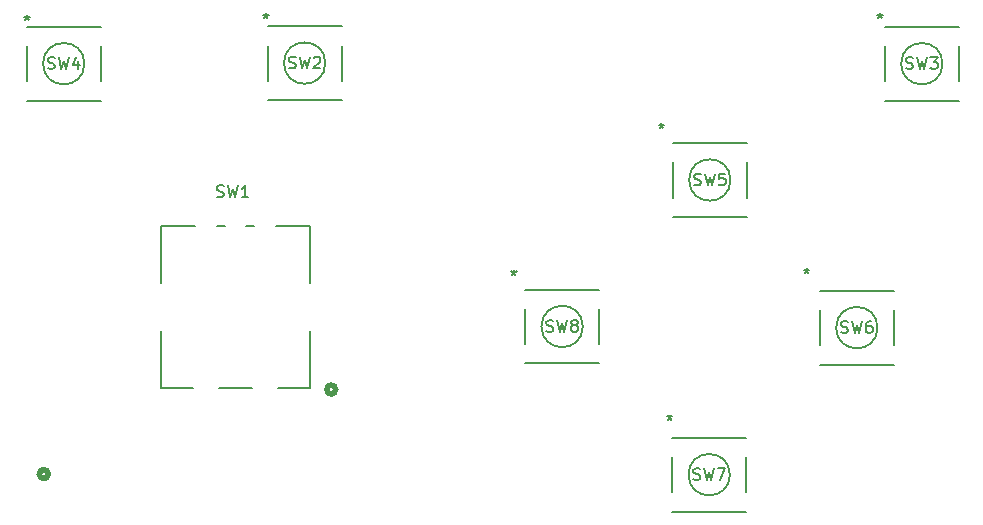
<source format=gbr>
%TF.GenerationSoftware,KiCad,Pcbnew,9.0.0*%
%TF.CreationDate,2025-03-23T02:15:47-05:00*%
%TF.ProjectId,IOBoardV1,494f426f-6172-4645-9631-2e6b69636164,rev?*%
%TF.SameCoordinates,Original*%
%TF.FileFunction,Legend,Top*%
%TF.FilePolarity,Positive*%
%FSLAX46Y46*%
G04 Gerber Fmt 4.6, Leading zero omitted, Abs format (unit mm)*
G04 Created by KiCad (PCBNEW 9.0.0) date 2025-03-23 02:15:47*
%MOMM*%
%LPD*%
G01*
G04 APERTURE LIST*
%ADD10C,0.150000*%
%ADD11C,0.152400*%
%ADD12C,0.508000*%
G04 APERTURE END LIST*
D10*
X136066667Y-66207200D02*
X136209524Y-66254819D01*
X136209524Y-66254819D02*
X136447619Y-66254819D01*
X136447619Y-66254819D02*
X136542857Y-66207200D01*
X136542857Y-66207200D02*
X136590476Y-66159580D01*
X136590476Y-66159580D02*
X136638095Y-66064342D01*
X136638095Y-66064342D02*
X136638095Y-65969104D01*
X136638095Y-65969104D02*
X136590476Y-65873866D01*
X136590476Y-65873866D02*
X136542857Y-65826247D01*
X136542857Y-65826247D02*
X136447619Y-65778628D01*
X136447619Y-65778628D02*
X136257143Y-65731009D01*
X136257143Y-65731009D02*
X136161905Y-65683390D01*
X136161905Y-65683390D02*
X136114286Y-65635771D01*
X136114286Y-65635771D02*
X136066667Y-65540533D01*
X136066667Y-65540533D02*
X136066667Y-65445295D01*
X136066667Y-65445295D02*
X136114286Y-65350057D01*
X136114286Y-65350057D02*
X136161905Y-65302438D01*
X136161905Y-65302438D02*
X136257143Y-65254819D01*
X136257143Y-65254819D02*
X136495238Y-65254819D01*
X136495238Y-65254819D02*
X136638095Y-65302438D01*
X136971429Y-65254819D02*
X137209524Y-66254819D01*
X137209524Y-66254819D02*
X137400000Y-65540533D01*
X137400000Y-65540533D02*
X137590476Y-66254819D01*
X137590476Y-66254819D02*
X137828572Y-65254819D01*
X138733333Y-66254819D02*
X138161905Y-66254819D01*
X138447619Y-66254819D02*
X138447619Y-65254819D01*
X138447619Y-65254819D02*
X138352381Y-65397676D01*
X138352381Y-65397676D02*
X138257143Y-65492914D01*
X138257143Y-65492914D02*
X138161905Y-65540533D01*
X121766667Y-55357199D02*
X121909524Y-55404818D01*
X121909524Y-55404818D02*
X122147619Y-55404818D01*
X122147619Y-55404818D02*
X122242857Y-55357199D01*
X122242857Y-55357199D02*
X122290476Y-55309579D01*
X122290476Y-55309579D02*
X122338095Y-55214341D01*
X122338095Y-55214341D02*
X122338095Y-55119103D01*
X122338095Y-55119103D02*
X122290476Y-55023865D01*
X122290476Y-55023865D02*
X122242857Y-54976246D01*
X122242857Y-54976246D02*
X122147619Y-54928627D01*
X122147619Y-54928627D02*
X121957143Y-54881008D01*
X121957143Y-54881008D02*
X121861905Y-54833389D01*
X121861905Y-54833389D02*
X121814286Y-54785770D01*
X121814286Y-54785770D02*
X121766667Y-54690532D01*
X121766667Y-54690532D02*
X121766667Y-54595294D01*
X121766667Y-54595294D02*
X121814286Y-54500056D01*
X121814286Y-54500056D02*
X121861905Y-54452437D01*
X121861905Y-54452437D02*
X121957143Y-54404818D01*
X121957143Y-54404818D02*
X122195238Y-54404818D01*
X122195238Y-54404818D02*
X122338095Y-54452437D01*
X122671429Y-54404818D02*
X122909524Y-55404818D01*
X122909524Y-55404818D02*
X123100000Y-54690532D01*
X123100000Y-54690532D02*
X123290476Y-55404818D01*
X123290476Y-55404818D02*
X123528572Y-54404818D01*
X124338095Y-54738151D02*
X124338095Y-55404818D01*
X124100000Y-54357199D02*
X123861905Y-55071484D01*
X123861905Y-55071484D02*
X124480952Y-55071484D01*
X120000000Y-50854819D02*
X120000000Y-51092914D01*
X119761905Y-50997676D02*
X120000000Y-51092914D01*
X120000000Y-51092914D02*
X120238095Y-50997676D01*
X119857143Y-51283390D02*
X120000000Y-51092914D01*
X120000000Y-51092914D02*
X120142857Y-51283390D01*
X142166667Y-55307200D02*
X142309524Y-55354819D01*
X142309524Y-55354819D02*
X142547619Y-55354819D01*
X142547619Y-55354819D02*
X142642857Y-55307200D01*
X142642857Y-55307200D02*
X142690476Y-55259580D01*
X142690476Y-55259580D02*
X142738095Y-55164342D01*
X142738095Y-55164342D02*
X142738095Y-55069104D01*
X142738095Y-55069104D02*
X142690476Y-54973866D01*
X142690476Y-54973866D02*
X142642857Y-54926247D01*
X142642857Y-54926247D02*
X142547619Y-54878628D01*
X142547619Y-54878628D02*
X142357143Y-54831009D01*
X142357143Y-54831009D02*
X142261905Y-54783390D01*
X142261905Y-54783390D02*
X142214286Y-54735771D01*
X142214286Y-54735771D02*
X142166667Y-54640533D01*
X142166667Y-54640533D02*
X142166667Y-54545295D01*
X142166667Y-54545295D02*
X142214286Y-54450057D01*
X142214286Y-54450057D02*
X142261905Y-54402438D01*
X142261905Y-54402438D02*
X142357143Y-54354819D01*
X142357143Y-54354819D02*
X142595238Y-54354819D01*
X142595238Y-54354819D02*
X142738095Y-54402438D01*
X143071429Y-54354819D02*
X143309524Y-55354819D01*
X143309524Y-55354819D02*
X143500000Y-54640533D01*
X143500000Y-54640533D02*
X143690476Y-55354819D01*
X143690476Y-55354819D02*
X143928572Y-54354819D01*
X144261905Y-54450057D02*
X144309524Y-54402438D01*
X144309524Y-54402438D02*
X144404762Y-54354819D01*
X144404762Y-54354819D02*
X144642857Y-54354819D01*
X144642857Y-54354819D02*
X144738095Y-54402438D01*
X144738095Y-54402438D02*
X144785714Y-54450057D01*
X144785714Y-54450057D02*
X144833333Y-54545295D01*
X144833333Y-54545295D02*
X144833333Y-54640533D01*
X144833333Y-54640533D02*
X144785714Y-54783390D01*
X144785714Y-54783390D02*
X144214286Y-55354819D01*
X144214286Y-55354819D02*
X144833333Y-55354819D01*
X140200000Y-50654819D02*
X140200000Y-50892914D01*
X139961905Y-50797676D02*
X140200000Y-50892914D01*
X140200000Y-50892914D02*
X140438095Y-50797676D01*
X140057143Y-51083390D02*
X140200000Y-50892914D01*
X140200000Y-50892914D02*
X140342857Y-51083390D01*
X194418567Y-55357201D02*
X194561424Y-55404820D01*
X194561424Y-55404820D02*
X194799519Y-55404820D01*
X194799519Y-55404820D02*
X194894757Y-55357201D01*
X194894757Y-55357201D02*
X194942376Y-55309581D01*
X194942376Y-55309581D02*
X194989995Y-55214343D01*
X194989995Y-55214343D02*
X194989995Y-55119105D01*
X194989995Y-55119105D02*
X194942376Y-55023867D01*
X194942376Y-55023867D02*
X194894757Y-54976248D01*
X194894757Y-54976248D02*
X194799519Y-54928629D01*
X194799519Y-54928629D02*
X194609043Y-54881010D01*
X194609043Y-54881010D02*
X194513805Y-54833391D01*
X194513805Y-54833391D02*
X194466186Y-54785772D01*
X194466186Y-54785772D02*
X194418567Y-54690534D01*
X194418567Y-54690534D02*
X194418567Y-54595296D01*
X194418567Y-54595296D02*
X194466186Y-54500058D01*
X194466186Y-54500058D02*
X194513805Y-54452439D01*
X194513805Y-54452439D02*
X194609043Y-54404820D01*
X194609043Y-54404820D02*
X194847138Y-54404820D01*
X194847138Y-54404820D02*
X194989995Y-54452439D01*
X195323329Y-54404820D02*
X195561424Y-55404820D01*
X195561424Y-55404820D02*
X195751900Y-54690534D01*
X195751900Y-54690534D02*
X195942376Y-55404820D01*
X195942376Y-55404820D02*
X196180472Y-54404820D01*
X196466186Y-54404820D02*
X197085233Y-54404820D01*
X197085233Y-54404820D02*
X196751900Y-54785772D01*
X196751900Y-54785772D02*
X196894757Y-54785772D01*
X196894757Y-54785772D02*
X196989995Y-54833391D01*
X196989995Y-54833391D02*
X197037614Y-54881010D01*
X197037614Y-54881010D02*
X197085233Y-54976248D01*
X197085233Y-54976248D02*
X197085233Y-55214343D01*
X197085233Y-55214343D02*
X197037614Y-55309581D01*
X197037614Y-55309581D02*
X196989995Y-55357201D01*
X196989995Y-55357201D02*
X196894757Y-55404820D01*
X196894757Y-55404820D02*
X196609043Y-55404820D01*
X196609043Y-55404820D02*
X196513805Y-55357201D01*
X196513805Y-55357201D02*
X196466186Y-55309581D01*
X192200000Y-50654819D02*
X192200000Y-50892914D01*
X191961905Y-50797676D02*
X192200000Y-50892914D01*
X192200000Y-50892914D02*
X192438095Y-50797676D01*
X192057143Y-51083390D02*
X192200000Y-50892914D01*
X192200000Y-50892914D02*
X192342857Y-51083390D01*
X176466667Y-65207200D02*
X176609524Y-65254819D01*
X176609524Y-65254819D02*
X176847619Y-65254819D01*
X176847619Y-65254819D02*
X176942857Y-65207200D01*
X176942857Y-65207200D02*
X176990476Y-65159580D01*
X176990476Y-65159580D02*
X177038095Y-65064342D01*
X177038095Y-65064342D02*
X177038095Y-64969104D01*
X177038095Y-64969104D02*
X176990476Y-64873866D01*
X176990476Y-64873866D02*
X176942857Y-64826247D01*
X176942857Y-64826247D02*
X176847619Y-64778628D01*
X176847619Y-64778628D02*
X176657143Y-64731009D01*
X176657143Y-64731009D02*
X176561905Y-64683390D01*
X176561905Y-64683390D02*
X176514286Y-64635771D01*
X176514286Y-64635771D02*
X176466667Y-64540533D01*
X176466667Y-64540533D02*
X176466667Y-64445295D01*
X176466667Y-64445295D02*
X176514286Y-64350057D01*
X176514286Y-64350057D02*
X176561905Y-64302438D01*
X176561905Y-64302438D02*
X176657143Y-64254819D01*
X176657143Y-64254819D02*
X176895238Y-64254819D01*
X176895238Y-64254819D02*
X177038095Y-64302438D01*
X177371429Y-64254819D02*
X177609524Y-65254819D01*
X177609524Y-65254819D02*
X177800000Y-64540533D01*
X177800000Y-64540533D02*
X177990476Y-65254819D01*
X177990476Y-65254819D02*
X178228572Y-64254819D01*
X179085714Y-64254819D02*
X178609524Y-64254819D01*
X178609524Y-64254819D02*
X178561905Y-64731009D01*
X178561905Y-64731009D02*
X178609524Y-64683390D01*
X178609524Y-64683390D02*
X178704762Y-64635771D01*
X178704762Y-64635771D02*
X178942857Y-64635771D01*
X178942857Y-64635771D02*
X179038095Y-64683390D01*
X179038095Y-64683390D02*
X179085714Y-64731009D01*
X179085714Y-64731009D02*
X179133333Y-64826247D01*
X179133333Y-64826247D02*
X179133333Y-65064342D01*
X179133333Y-65064342D02*
X179085714Y-65159580D01*
X179085714Y-65159580D02*
X179038095Y-65207200D01*
X179038095Y-65207200D02*
X178942857Y-65254819D01*
X178942857Y-65254819D02*
X178704762Y-65254819D01*
X178704762Y-65254819D02*
X178609524Y-65207200D01*
X178609524Y-65207200D02*
X178561905Y-65159580D01*
X173697900Y-59998218D02*
X173697900Y-60236313D01*
X173459805Y-60141075D02*
X173697900Y-60236313D01*
X173697900Y-60236313D02*
X173935995Y-60141075D01*
X173555043Y-60426789D02*
X173697900Y-60236313D01*
X173697900Y-60236313D02*
X173840757Y-60426789D01*
X176414767Y-90157201D02*
X176557624Y-90204820D01*
X176557624Y-90204820D02*
X176795719Y-90204820D01*
X176795719Y-90204820D02*
X176890957Y-90157201D01*
X176890957Y-90157201D02*
X176938576Y-90109581D01*
X176938576Y-90109581D02*
X176986195Y-90014343D01*
X176986195Y-90014343D02*
X176986195Y-89919105D01*
X176986195Y-89919105D02*
X176938576Y-89823867D01*
X176938576Y-89823867D02*
X176890957Y-89776248D01*
X176890957Y-89776248D02*
X176795719Y-89728629D01*
X176795719Y-89728629D02*
X176605243Y-89681010D01*
X176605243Y-89681010D02*
X176510005Y-89633391D01*
X176510005Y-89633391D02*
X176462386Y-89585772D01*
X176462386Y-89585772D02*
X176414767Y-89490534D01*
X176414767Y-89490534D02*
X176414767Y-89395296D01*
X176414767Y-89395296D02*
X176462386Y-89300058D01*
X176462386Y-89300058D02*
X176510005Y-89252439D01*
X176510005Y-89252439D02*
X176605243Y-89204820D01*
X176605243Y-89204820D02*
X176843338Y-89204820D01*
X176843338Y-89204820D02*
X176986195Y-89252439D01*
X177319529Y-89204820D02*
X177557624Y-90204820D01*
X177557624Y-90204820D02*
X177748100Y-89490534D01*
X177748100Y-89490534D02*
X177938576Y-90204820D01*
X177938576Y-90204820D02*
X178176672Y-89204820D01*
X178462386Y-89204820D02*
X179129052Y-89204820D01*
X179129052Y-89204820D02*
X178700481Y-90204820D01*
X174400000Y-84654819D02*
X174400000Y-84892914D01*
X174161905Y-84797676D02*
X174400000Y-84892914D01*
X174400000Y-84892914D02*
X174638095Y-84797676D01*
X174257143Y-85083390D02*
X174400000Y-84892914D01*
X174400000Y-84892914D02*
X174542857Y-85083390D01*
X163966667Y-77607200D02*
X164109524Y-77654819D01*
X164109524Y-77654819D02*
X164347619Y-77654819D01*
X164347619Y-77654819D02*
X164442857Y-77607200D01*
X164442857Y-77607200D02*
X164490476Y-77559580D01*
X164490476Y-77559580D02*
X164538095Y-77464342D01*
X164538095Y-77464342D02*
X164538095Y-77369104D01*
X164538095Y-77369104D02*
X164490476Y-77273866D01*
X164490476Y-77273866D02*
X164442857Y-77226247D01*
X164442857Y-77226247D02*
X164347619Y-77178628D01*
X164347619Y-77178628D02*
X164157143Y-77131009D01*
X164157143Y-77131009D02*
X164061905Y-77083390D01*
X164061905Y-77083390D02*
X164014286Y-77035771D01*
X164014286Y-77035771D02*
X163966667Y-76940533D01*
X163966667Y-76940533D02*
X163966667Y-76845295D01*
X163966667Y-76845295D02*
X164014286Y-76750057D01*
X164014286Y-76750057D02*
X164061905Y-76702438D01*
X164061905Y-76702438D02*
X164157143Y-76654819D01*
X164157143Y-76654819D02*
X164395238Y-76654819D01*
X164395238Y-76654819D02*
X164538095Y-76702438D01*
X164871429Y-76654819D02*
X165109524Y-77654819D01*
X165109524Y-77654819D02*
X165300000Y-76940533D01*
X165300000Y-76940533D02*
X165490476Y-77654819D01*
X165490476Y-77654819D02*
X165728572Y-76654819D01*
X166252381Y-77083390D02*
X166157143Y-77035771D01*
X166157143Y-77035771D02*
X166109524Y-76988152D01*
X166109524Y-76988152D02*
X166061905Y-76892914D01*
X166061905Y-76892914D02*
X166061905Y-76845295D01*
X166061905Y-76845295D02*
X166109524Y-76750057D01*
X166109524Y-76750057D02*
X166157143Y-76702438D01*
X166157143Y-76702438D02*
X166252381Y-76654819D01*
X166252381Y-76654819D02*
X166442857Y-76654819D01*
X166442857Y-76654819D02*
X166538095Y-76702438D01*
X166538095Y-76702438D02*
X166585714Y-76750057D01*
X166585714Y-76750057D02*
X166633333Y-76845295D01*
X166633333Y-76845295D02*
X166633333Y-76892914D01*
X166633333Y-76892914D02*
X166585714Y-76988152D01*
X166585714Y-76988152D02*
X166538095Y-77035771D01*
X166538095Y-77035771D02*
X166442857Y-77083390D01*
X166442857Y-77083390D02*
X166252381Y-77083390D01*
X166252381Y-77083390D02*
X166157143Y-77131009D01*
X166157143Y-77131009D02*
X166109524Y-77178628D01*
X166109524Y-77178628D02*
X166061905Y-77273866D01*
X166061905Y-77273866D02*
X166061905Y-77464342D01*
X166061905Y-77464342D02*
X166109524Y-77559580D01*
X166109524Y-77559580D02*
X166157143Y-77607200D01*
X166157143Y-77607200D02*
X166252381Y-77654819D01*
X166252381Y-77654819D02*
X166442857Y-77654819D01*
X166442857Y-77654819D02*
X166538095Y-77607200D01*
X166538095Y-77607200D02*
X166585714Y-77559580D01*
X166585714Y-77559580D02*
X166633333Y-77464342D01*
X166633333Y-77464342D02*
X166633333Y-77273866D01*
X166633333Y-77273866D02*
X166585714Y-77178628D01*
X166585714Y-77178628D02*
X166538095Y-77131009D01*
X166538095Y-77131009D02*
X166442857Y-77083390D01*
X161197900Y-72398218D02*
X161197900Y-72636313D01*
X160959805Y-72541075D02*
X161197900Y-72636313D01*
X161197900Y-72636313D02*
X161435995Y-72541075D01*
X161055043Y-72826789D02*
X161197900Y-72636313D01*
X161197900Y-72636313D02*
X161340757Y-72826789D01*
X188914767Y-77707202D02*
X189057624Y-77754821D01*
X189057624Y-77754821D02*
X189295719Y-77754821D01*
X189295719Y-77754821D02*
X189390957Y-77707202D01*
X189390957Y-77707202D02*
X189438576Y-77659582D01*
X189438576Y-77659582D02*
X189486195Y-77564344D01*
X189486195Y-77564344D02*
X189486195Y-77469106D01*
X189486195Y-77469106D02*
X189438576Y-77373868D01*
X189438576Y-77373868D02*
X189390957Y-77326249D01*
X189390957Y-77326249D02*
X189295719Y-77278630D01*
X189295719Y-77278630D02*
X189105243Y-77231011D01*
X189105243Y-77231011D02*
X189010005Y-77183392D01*
X189010005Y-77183392D02*
X188962386Y-77135773D01*
X188962386Y-77135773D02*
X188914767Y-77040535D01*
X188914767Y-77040535D02*
X188914767Y-76945297D01*
X188914767Y-76945297D02*
X188962386Y-76850059D01*
X188962386Y-76850059D02*
X189010005Y-76802440D01*
X189010005Y-76802440D02*
X189105243Y-76754821D01*
X189105243Y-76754821D02*
X189343338Y-76754821D01*
X189343338Y-76754821D02*
X189486195Y-76802440D01*
X189819529Y-76754821D02*
X190057624Y-77754821D01*
X190057624Y-77754821D02*
X190248100Y-77040535D01*
X190248100Y-77040535D02*
X190438576Y-77754821D01*
X190438576Y-77754821D02*
X190676672Y-76754821D01*
X191486195Y-76754821D02*
X191295719Y-76754821D01*
X191295719Y-76754821D02*
X191200481Y-76802440D01*
X191200481Y-76802440D02*
X191152862Y-76850059D01*
X191152862Y-76850059D02*
X191057624Y-76992916D01*
X191057624Y-76992916D02*
X191010005Y-77183392D01*
X191010005Y-77183392D02*
X191010005Y-77564344D01*
X191010005Y-77564344D02*
X191057624Y-77659582D01*
X191057624Y-77659582D02*
X191105243Y-77707202D01*
X191105243Y-77707202D02*
X191200481Y-77754821D01*
X191200481Y-77754821D02*
X191390957Y-77754821D01*
X191390957Y-77754821D02*
X191486195Y-77707202D01*
X191486195Y-77707202D02*
X191533814Y-77659582D01*
X191533814Y-77659582D02*
X191581433Y-77564344D01*
X191581433Y-77564344D02*
X191581433Y-77326249D01*
X191581433Y-77326249D02*
X191533814Y-77231011D01*
X191533814Y-77231011D02*
X191486195Y-77183392D01*
X191486195Y-77183392D02*
X191390957Y-77135773D01*
X191390957Y-77135773D02*
X191200481Y-77135773D01*
X191200481Y-77135773D02*
X191105243Y-77183392D01*
X191105243Y-77183392D02*
X191057624Y-77231011D01*
X191057624Y-77231011D02*
X191010005Y-77326249D01*
X186000000Y-72254819D02*
X186000000Y-72492914D01*
X185761905Y-72397676D02*
X186000000Y-72492914D01*
X186000000Y-72492914D02*
X186238095Y-72397676D01*
X185857143Y-72683390D02*
X186000000Y-72492914D01*
X186000000Y-72492914D02*
X186142857Y-72683390D01*
D11*
%TO.C,SW1*%
X143969401Y-82372150D02*
X143969401Y-77545150D01*
X143969401Y-73545150D02*
X143969401Y-68706951D01*
X143969401Y-68706951D02*
X141064228Y-68706951D01*
X141264353Y-82372150D02*
X143969401Y-82372150D01*
X139225373Y-68706951D02*
X138564228Y-68706951D01*
X136725373Y-68706951D02*
X136064228Y-68706951D01*
X136264353Y-82372150D02*
X139025249Y-82372150D01*
X134225373Y-68706951D02*
X131320201Y-68706951D01*
X131320201Y-82372150D02*
X134025248Y-82372150D01*
X131320201Y-77545150D02*
X131320201Y-82372150D01*
X131320201Y-68706951D02*
X131320201Y-73545150D01*
D12*
X146128401Y-82545150D02*
G75*
G02*
X145366401Y-82545150I-381000J0D01*
G01*
X145366401Y-82545150D02*
G75*
G02*
X146128401Y-82545150I381000J0D01*
G01*
D11*
%TO.C,SW4*%
X119975800Y-53464538D02*
X119975800Y-56435460D01*
X119975800Y-58074199D02*
X126224200Y-58074199D01*
X126224200Y-51825799D02*
X119975800Y-51825799D01*
X126224200Y-56435460D02*
X126224200Y-53464538D01*
X124852600Y-54949999D02*
G75*
G02*
X121347400Y-54949999I-1752600J0D01*
G01*
X121347400Y-54949999D02*
G75*
G02*
X124852600Y-54949999I1752600J0D01*
G01*
%TO.C,SW2*%
X145252600Y-54900000D02*
G75*
G02*
X141747400Y-54900000I-1752600J0D01*
G01*
X141747400Y-54900000D02*
G75*
G02*
X145252600Y-54900000I1752600J0D01*
G01*
X146624200Y-56385461D02*
X146624200Y-53414539D01*
X146624200Y-51775800D02*
X140375800Y-51775800D01*
X140375800Y-58024200D02*
X146624200Y-58024200D01*
X140375800Y-53414539D02*
X140375800Y-56385461D01*
%TO.C,SW3*%
X197504500Y-54950001D02*
G75*
G02*
X193999300Y-54950001I-1752600J0D01*
G01*
X193999300Y-54950001D02*
G75*
G02*
X197504500Y-54950001I1752600J0D01*
G01*
X198876100Y-56435462D02*
X198876100Y-53464540D01*
X198876100Y-51825801D02*
X192627700Y-51825801D01*
X192627700Y-58074201D02*
X198876100Y-58074201D01*
X192627700Y-53464540D02*
X192627700Y-56435462D01*
%TO.C,SW5*%
X179552600Y-64800000D02*
G75*
G02*
X176047400Y-64800000I-1752600J0D01*
G01*
X176047400Y-64800000D02*
G75*
G02*
X179552600Y-64800000I1752600J0D01*
G01*
X180924200Y-66285461D02*
X180924200Y-63314539D01*
X180924200Y-61675800D02*
X174675800Y-61675800D01*
X174675800Y-67924200D02*
X180924200Y-67924200D01*
X174675800Y-63314539D02*
X174675800Y-66285461D01*
%TO.C,SW7*%
X179500700Y-89750001D02*
G75*
G02*
X175995500Y-89750001I-1752600J0D01*
G01*
X175995500Y-89750001D02*
G75*
G02*
X179500700Y-89750001I1752600J0D01*
G01*
X180872300Y-91235462D02*
X180872300Y-88264540D01*
X180872300Y-86625801D02*
X174623900Y-86625801D01*
X174623900Y-92874201D02*
X180872300Y-92874201D01*
X174623900Y-88264540D02*
X174623900Y-91235462D01*
%TO.C,SW8*%
X167052600Y-77200000D02*
G75*
G02*
X163547400Y-77200000I-1752600J0D01*
G01*
X163547400Y-77200000D02*
G75*
G02*
X167052600Y-77200000I1752600J0D01*
G01*
X168424200Y-78685461D02*
X168424200Y-75714539D01*
X168424200Y-74075800D02*
X162175800Y-74075800D01*
X162175800Y-80324200D02*
X168424200Y-80324200D01*
X162175800Y-75714539D02*
X162175800Y-78685461D01*
%TO.C,SW6*%
X192000700Y-77300002D02*
G75*
G02*
X188495500Y-77300002I-1752600J0D01*
G01*
X188495500Y-77300002D02*
G75*
G02*
X192000700Y-77300002I1752600J0D01*
G01*
X193372300Y-78785463D02*
X193372300Y-75814541D01*
X193372300Y-74175802D02*
X187123900Y-74175802D01*
X187123900Y-80424202D02*
X193372300Y-80424202D01*
X187123900Y-75814541D02*
X187123900Y-78785463D01*
D12*
%TO.C,J1*%
X121794300Y-89700000D02*
G75*
G02*
X121032300Y-89700000I-381000J0D01*
G01*
X121032300Y-89700000D02*
G75*
G02*
X121794300Y-89700000I381000J0D01*
G01*
%TD*%
M02*

</source>
